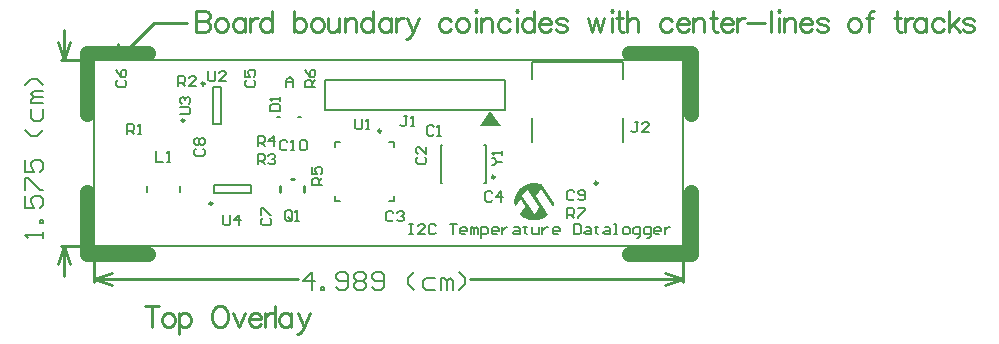
<source format=gto>
%FSLAX24Y24*%
%MOIN*%
G70*
G01*
G75*
G04 Layer_Color=45234*
%ADD10O,0.0138X0.0256*%
%ADD11O,0.0256X0.0138*%
%ADD12R,0.1339X0.1339*%
%ADD13R,0.0354X0.0276*%
%ADD14R,0.0354X0.0315*%
%ADD15R,0.0551X0.0433*%
%ADD16R,0.0315X0.0354*%
%ADD17R,0.0276X0.0354*%
%ADD18R,0.0984X0.0866*%
%ADD19R,0.0197X0.0787*%
%ADD20R,0.0689X0.0571*%
%ADD21R,0.0295X0.0118*%
%ADD22R,0.0256X0.0354*%
%ADD23R,0.0453X0.0551*%
%ADD24R,0.0177X0.0315*%
%ADD25R,0.1260X0.0433*%
%ADD26R,0.0354X0.0256*%
%ADD27C,0.0100*%
%ADD28C,0.0150*%
%ADD29C,0.0200*%
%ADD30C,0.0180*%
%ADD31C,0.0300*%
%ADD32C,0.0130*%
%ADD33C,0.0500*%
%ADD34R,0.0620X0.0620*%
%ADD35C,0.0620*%
%ADD36C,0.0350*%
%ADD37C,0.0098*%
%ADD38C,0.0098*%
%ADD39C,0.0050*%
%ADD40C,0.0079*%
%ADD41C,0.0060*%
G36*
X14685Y2110D02*
X14697D01*
X14712Y2109D01*
X14729Y2106D01*
X14748Y2104D01*
X14767Y2100D01*
X14789Y2097D01*
X14834Y2085D01*
X14882Y2069D01*
X14907Y2061D01*
X14932Y2049D01*
X15318Y1438D01*
Y1437D01*
Y1435D01*
Y1431D01*
X15317Y1425D01*
X15315Y1410D01*
X15312Y1391D01*
X15308Y1370D01*
X15302Y1346D01*
X15292Y1321D01*
X15280Y1297D01*
X14946Y1824D01*
X14945Y1826D01*
X14942Y1832D01*
X14936Y1839D01*
X14929Y1846D01*
X14920Y1855D01*
X14910Y1861D01*
X14898Y1867D01*
X14885Y1868D01*
X14881D01*
X14875Y1867D01*
X14868Y1864D01*
X14857Y1858D01*
X14849Y1851D01*
X14837Y1840D01*
X14827Y1827D01*
X14716Y1670D01*
X15114Y1040D01*
X15112Y1039D01*
X15105Y1033D01*
X15095Y1024D01*
X15080Y1012D01*
X15061Y999D01*
X15040Y985D01*
X15013Y969D01*
X14984Y953D01*
X14952Y935D01*
X14917Y919D01*
X14878Y904D01*
X14837Y891D01*
X14793Y880D01*
X14747Y871D01*
X14698Y865D01*
X14647Y864D01*
X14636D01*
X14620Y865D01*
X14601Y867D01*
X14576Y869D01*
X14548Y874D01*
X14518Y881D01*
X14484Y888D01*
X14448Y900D01*
X14410Y913D01*
X14370Y929D01*
X14330Y948D01*
X14290Y972D01*
X14251Y998D01*
X14211Y1030D01*
X14175Y1065D01*
X14346Y1303D01*
Y1304D01*
X14347Y1305D01*
X14351Y1314D01*
X14356Y1326D01*
X14357Y1342D01*
Y1343D01*
Y1345D01*
X14356Y1349D01*
X14354Y1354D01*
X14353Y1361D01*
X14348Y1370D01*
X14344Y1378D01*
X14337Y1390D01*
X14210Y1588D01*
X14022Y1327D01*
Y1329D01*
X14020Y1330D01*
Y1335D01*
X14019Y1340D01*
X14017Y1348D01*
X14015Y1356D01*
X14012Y1378D01*
X14007Y1403D01*
X14003Y1432D01*
X14001Y1464D01*
X14000Y1498D01*
Y1501D01*
Y1510D01*
X14001Y1523D01*
X14003Y1540D01*
X14006Y1561D01*
X14010Y1585D01*
X14016Y1615D01*
X14025Y1645D01*
X14035Y1677D01*
X14048Y1712D01*
X14064Y1747D01*
X14083Y1784D01*
X14105Y1820D01*
X14131Y1857D01*
X14162Y1893D01*
X14197Y1928D01*
X14200Y1929D01*
X14206Y1935D01*
X14217Y1945D01*
X14232Y1957D01*
X14251Y1970D01*
X14273Y1986D01*
X14299Y2002D01*
X14328Y2020D01*
X14360Y2037D01*
X14397Y2053D01*
X14434Y2069D01*
X14475Y2083D01*
X14518Y2094D01*
X14564Y2104D01*
X14611Y2110D01*
X14660Y2112D01*
X14675D01*
X14685Y2110D01*
D02*
G37*
G36*
X13550Y4000D02*
X12850D01*
X13200Y4500D01*
X13550Y4000D01*
D02*
G37*
%LPC*%
G36*
X14440Y1868D02*
X14434D01*
X14429Y1867D01*
X14421Y1864D01*
X14413Y1858D01*
X14402Y1852D01*
X14392Y1842D01*
X14382Y1829D01*
X14268Y1671D01*
X14608Y1141D01*
X14609Y1139D01*
X14611Y1136D01*
X14614Y1130D01*
X14618Y1125D01*
X14625Y1114D01*
X14628Y1110D01*
X14630Y1109D01*
X14631Y1106D01*
X14639Y1100D01*
X14647Y1094D01*
X14660Y1091D01*
X14666D01*
X14672Y1093D01*
X14681Y1095D01*
X14690Y1098D01*
X14700Y1106D01*
X14709Y1114D01*
X14719Y1126D01*
X14837Y1297D01*
X14500Y1827D01*
X14499Y1829D01*
X14496Y1833D01*
X14490Y1840D01*
X14483Y1848D01*
X14474Y1855D01*
X14464Y1862D01*
X14452Y1867D01*
X14440Y1868D01*
D02*
G37*
%LPD*%
D27*
X19640Y-1200D02*
Y-300D01*
X0Y-1200D02*
Y-300D01*
X12519Y-1100D02*
X19640D01*
X0D02*
X6801D01*
X19040Y-900D02*
X19640Y-1100D01*
X19040Y-1300D02*
X19640Y-1100D01*
X0D02*
X600Y-1300D01*
X0Y-1100D02*
X600Y-900D01*
X-1100Y6200D02*
X-300D01*
X-1100Y0D02*
X-300D01*
X-1000Y-1000D02*
Y0D01*
Y6200D02*
Y7200D01*
X-1200Y-600D02*
X-1000Y0D01*
X-800Y-600D01*
X-1000Y6200D02*
X-800Y6800D01*
X-1200D02*
X-1000Y6200D01*
X800Y6250D02*
X2000Y7450D01*
X3100D01*
X800Y6250D02*
Y6750D01*
Y6250D02*
X1300D01*
X6206Y1800D02*
Y2000D01*
X6550Y2235D02*
X6650D01*
X6994Y1800D02*
Y2000D01*
X3400Y7850D02*
Y7150D01*
Y7850D02*
X3700D01*
X3800Y7817D01*
X3833Y7783D01*
X3867Y7717D01*
Y7650D01*
X3833Y7583D01*
X3800Y7550D01*
X3700Y7517D01*
X3400D02*
X3700D01*
X3800Y7483D01*
X3833Y7450D01*
X3867Y7383D01*
Y7283D01*
X3833Y7217D01*
X3800Y7183D01*
X3700Y7150D01*
X3400D01*
X4190Y7617D02*
X4123Y7583D01*
X4057Y7517D01*
X4023Y7417D01*
Y7350D01*
X4057Y7250D01*
X4123Y7183D01*
X4190Y7150D01*
X4290D01*
X4356Y7183D01*
X4423Y7250D01*
X4456Y7350D01*
Y7417D01*
X4423Y7517D01*
X4356Y7583D01*
X4290Y7617D01*
X4190D01*
X5010D02*
Y7150D01*
Y7517D02*
X4943Y7583D01*
X4876Y7617D01*
X4776D01*
X4710Y7583D01*
X4643Y7517D01*
X4610Y7417D01*
Y7350D01*
X4643Y7250D01*
X4710Y7183D01*
X4776Y7150D01*
X4876D01*
X4943Y7183D01*
X5010Y7250D01*
X5196Y7617D02*
Y7150D01*
Y7417D02*
X5230Y7517D01*
X5296Y7583D01*
X5363Y7617D01*
X5463D01*
X5926Y7850D02*
Y7150D01*
Y7517D02*
X5859Y7583D01*
X5793Y7617D01*
X5693D01*
X5626Y7583D01*
X5560Y7517D01*
X5526Y7417D01*
Y7350D01*
X5560Y7250D01*
X5626Y7183D01*
X5693Y7150D01*
X5793D01*
X5859Y7183D01*
X5926Y7250D01*
X6663Y7850D02*
Y7150D01*
Y7517D02*
X6729Y7583D01*
X6796Y7617D01*
X6896D01*
X6963Y7583D01*
X7029Y7517D01*
X7063Y7417D01*
Y7350D01*
X7029Y7250D01*
X6963Y7183D01*
X6896Y7150D01*
X6796D01*
X6729Y7183D01*
X6663Y7250D01*
X7379Y7617D02*
X7312Y7583D01*
X7246Y7517D01*
X7213Y7417D01*
Y7350D01*
X7246Y7250D01*
X7312Y7183D01*
X7379Y7150D01*
X7479D01*
X7546Y7183D01*
X7612Y7250D01*
X7646Y7350D01*
Y7417D01*
X7612Y7517D01*
X7546Y7583D01*
X7479Y7617D01*
X7379D01*
X7799D02*
Y7283D01*
X7832Y7183D01*
X7899Y7150D01*
X7999D01*
X8066Y7183D01*
X8166Y7283D01*
Y7617D02*
Y7150D01*
X8349Y7617D02*
Y7150D01*
Y7483D02*
X8449Y7583D01*
X8516Y7617D01*
X8616D01*
X8682Y7583D01*
X8716Y7483D01*
Y7150D01*
X9299Y7850D02*
Y7150D01*
Y7517D02*
X9232Y7583D01*
X9165Y7617D01*
X9065D01*
X8999Y7583D01*
X8932Y7517D01*
X8899Y7417D01*
Y7350D01*
X8932Y7250D01*
X8999Y7183D01*
X9065Y7150D01*
X9165D01*
X9232Y7183D01*
X9299Y7250D01*
X9885Y7617D02*
Y7150D01*
Y7517D02*
X9819Y7583D01*
X9752Y7617D01*
X9652D01*
X9585Y7583D01*
X9519Y7517D01*
X9485Y7417D01*
Y7350D01*
X9519Y7250D01*
X9585Y7183D01*
X9652Y7150D01*
X9752D01*
X9819Y7183D01*
X9885Y7250D01*
X10072Y7617D02*
Y7150D01*
Y7417D02*
X10105Y7517D01*
X10172Y7583D01*
X10239Y7617D01*
X10339D01*
X10435D02*
X10635Y7150D01*
X10835Y7617D02*
X10635Y7150D01*
X10568Y7017D01*
X10502Y6950D01*
X10435Y6917D01*
X10402D01*
X11902Y7517D02*
X11835Y7583D01*
X11768Y7617D01*
X11668D01*
X11602Y7583D01*
X11535Y7517D01*
X11502Y7417D01*
Y7350D01*
X11535Y7250D01*
X11602Y7183D01*
X11668Y7150D01*
X11768D01*
X11835Y7183D01*
X11902Y7250D01*
X12218Y7617D02*
X12151Y7583D01*
X12085Y7517D01*
X12051Y7417D01*
Y7350D01*
X12085Y7250D01*
X12151Y7183D01*
X12218Y7150D01*
X12318D01*
X12385Y7183D01*
X12451Y7250D01*
X12485Y7350D01*
Y7417D01*
X12451Y7517D01*
X12385Y7583D01*
X12318Y7617D01*
X12218D01*
X12705Y7850D02*
X12738Y7817D01*
X12771Y7850D01*
X12738Y7883D01*
X12705Y7850D01*
X12738Y7617D02*
Y7150D01*
X12895Y7617D02*
Y7150D01*
Y7483D02*
X12995Y7583D01*
X13061Y7617D01*
X13161D01*
X13228Y7583D01*
X13261Y7483D01*
Y7150D01*
X13844Y7517D02*
X13778Y7583D01*
X13711Y7617D01*
X13611D01*
X13544Y7583D01*
X13478Y7517D01*
X13445Y7417D01*
Y7350D01*
X13478Y7250D01*
X13544Y7183D01*
X13611Y7150D01*
X13711D01*
X13778Y7183D01*
X13844Y7250D01*
X14061Y7850D02*
X14094Y7817D01*
X14128Y7850D01*
X14094Y7883D01*
X14061Y7850D01*
X14094Y7617D02*
Y7150D01*
X14651Y7850D02*
Y7150D01*
Y7517D02*
X14584Y7583D01*
X14518Y7617D01*
X14418D01*
X14351Y7583D01*
X14284Y7517D01*
X14251Y7417D01*
Y7350D01*
X14284Y7250D01*
X14351Y7183D01*
X14418Y7150D01*
X14518D01*
X14584Y7183D01*
X14651Y7250D01*
X14838Y7417D02*
X15237D01*
Y7483D01*
X15204Y7550D01*
X15171Y7583D01*
X15104Y7617D01*
X15004D01*
X14938Y7583D01*
X14871Y7517D01*
X14838Y7417D01*
Y7350D01*
X14871Y7250D01*
X14938Y7183D01*
X15004Y7150D01*
X15104D01*
X15171Y7183D01*
X15237Y7250D01*
X15754Y7517D02*
X15721Y7583D01*
X15621Y7617D01*
X15521D01*
X15421Y7583D01*
X15387Y7517D01*
X15421Y7450D01*
X15487Y7417D01*
X15654Y7383D01*
X15721Y7350D01*
X15754Y7283D01*
Y7250D01*
X15721Y7183D01*
X15621Y7150D01*
X15521D01*
X15421Y7183D01*
X15387Y7250D01*
X16451Y7617D02*
X16584Y7150D01*
X16717Y7617D02*
X16584Y7150D01*
X16717Y7617D02*
X16850Y7150D01*
X16984Y7617D02*
X16850Y7150D01*
X17214Y7850D02*
X17247Y7817D01*
X17280Y7850D01*
X17247Y7883D01*
X17214Y7850D01*
X17247Y7617D02*
Y7150D01*
X17504Y7850D02*
Y7283D01*
X17537Y7183D01*
X17604Y7150D01*
X17670D01*
X17404Y7617D02*
X17637D01*
X17770Y7850D02*
Y7150D01*
Y7483D02*
X17870Y7583D01*
X17937Y7617D01*
X18037D01*
X18104Y7583D01*
X18137Y7483D01*
Y7150D01*
X19270Y7517D02*
X19203Y7583D01*
X19137Y7617D01*
X19037D01*
X18970Y7583D01*
X18903Y7517D01*
X18870Y7417D01*
Y7350D01*
X18903Y7250D01*
X18970Y7183D01*
X19037Y7150D01*
X19137D01*
X19203Y7183D01*
X19270Y7250D01*
X19420Y7417D02*
X19820D01*
Y7483D01*
X19786Y7550D01*
X19753Y7583D01*
X19687Y7617D01*
X19587D01*
X19520Y7583D01*
X19453Y7517D01*
X19420Y7417D01*
Y7350D01*
X19453Y7250D01*
X19520Y7183D01*
X19587Y7150D01*
X19687D01*
X19753Y7183D01*
X19820Y7250D01*
X19970Y7617D02*
Y7150D01*
Y7483D02*
X20070Y7583D01*
X20136Y7617D01*
X20236D01*
X20303Y7583D01*
X20336Y7483D01*
Y7150D01*
X20620Y7850D02*
Y7283D01*
X20653Y7183D01*
X20720Y7150D01*
X20786D01*
X20520Y7617D02*
X20753D01*
X20886Y7417D02*
X21286D01*
Y7483D01*
X21253Y7550D01*
X21220Y7583D01*
X21153Y7617D01*
X21053D01*
X20986Y7583D01*
X20920Y7517D01*
X20886Y7417D01*
Y7350D01*
X20920Y7250D01*
X20986Y7183D01*
X21053Y7150D01*
X21153D01*
X21220Y7183D01*
X21286Y7250D01*
X21436Y7617D02*
Y7150D01*
Y7417D02*
X21469Y7517D01*
X21536Y7583D01*
X21603Y7617D01*
X21703D01*
X21766Y7450D02*
X22366D01*
X22573Y7850D02*
Y7150D01*
X22786Y7850D02*
X22819Y7817D01*
X22852Y7850D01*
X22819Y7883D01*
X22786Y7850D01*
X22819Y7617D02*
Y7150D01*
X22976Y7617D02*
Y7150D01*
Y7483D02*
X23076Y7583D01*
X23142Y7617D01*
X23242D01*
X23309Y7583D01*
X23342Y7483D01*
Y7150D01*
X23526Y7417D02*
X23926D01*
Y7483D01*
X23892Y7550D01*
X23859Y7583D01*
X23792Y7617D01*
X23692D01*
X23626Y7583D01*
X23559Y7517D01*
X23526Y7417D01*
Y7350D01*
X23559Y7250D01*
X23626Y7183D01*
X23692Y7150D01*
X23792D01*
X23859Y7183D01*
X23926Y7250D01*
X24442Y7517D02*
X24409Y7583D01*
X24309Y7617D01*
X24209D01*
X24109Y7583D01*
X24076Y7517D01*
X24109Y7450D01*
X24176Y7417D01*
X24342Y7383D01*
X24409Y7350D01*
X24442Y7283D01*
Y7250D01*
X24409Y7183D01*
X24309Y7150D01*
X24209D01*
X24109Y7183D01*
X24076Y7250D01*
X25305Y7617D02*
X25239Y7583D01*
X25172Y7517D01*
X25139Y7417D01*
Y7350D01*
X25172Y7250D01*
X25239Y7183D01*
X25305Y7150D01*
X25405D01*
X25472Y7183D01*
X25539Y7250D01*
X25572Y7350D01*
Y7417D01*
X25539Y7517D01*
X25472Y7583D01*
X25405Y7617D01*
X25305D01*
X25992Y7850D02*
X25925D01*
X25859Y7817D01*
X25825Y7717D01*
Y7150D01*
X25725Y7617D02*
X25958D01*
X26742Y7850D02*
Y7283D01*
X26775Y7183D01*
X26842Y7150D01*
X26908D01*
X26642Y7617D02*
X26875D01*
X27008D02*
Y7150D01*
Y7417D02*
X27042Y7517D01*
X27108Y7583D01*
X27175Y7617D01*
X27275D01*
X27738D02*
Y7150D01*
Y7517D02*
X27671Y7583D01*
X27605Y7617D01*
X27505D01*
X27438Y7583D01*
X27372Y7517D01*
X27338Y7417D01*
Y7350D01*
X27372Y7250D01*
X27438Y7183D01*
X27505Y7150D01*
X27605D01*
X27671Y7183D01*
X27738Y7250D01*
X28325Y7517D02*
X28258Y7583D01*
X28191Y7617D01*
X28091D01*
X28025Y7583D01*
X27958Y7517D01*
X27925Y7417D01*
Y7350D01*
X27958Y7250D01*
X28025Y7183D01*
X28091Y7150D01*
X28191D01*
X28258Y7183D01*
X28325Y7250D01*
X28475Y7850D02*
Y7150D01*
X28808Y7617D02*
X28475Y7283D01*
X28608Y7417D02*
X28841Y7150D01*
X29318Y7517D02*
X29284Y7583D01*
X29184Y7617D01*
X29084D01*
X28985Y7583D01*
X28951Y7517D01*
X28985Y7450D01*
X29051Y7417D01*
X29218Y7383D01*
X29284Y7350D01*
X29318Y7283D01*
Y7250D01*
X29284Y7183D01*
X29184Y7150D01*
X29084D01*
X28985Y7183D01*
X28951Y7250D01*
X1933Y-2000D02*
Y-2700D01*
X1700Y-2000D02*
X2167D01*
X2417Y-2233D02*
X2350Y-2267D01*
X2283Y-2333D01*
X2250Y-2433D01*
Y-2500D01*
X2283Y-2600D01*
X2350Y-2667D01*
X2417Y-2700D01*
X2516D01*
X2583Y-2667D01*
X2650Y-2600D01*
X2683Y-2500D01*
Y-2433D01*
X2650Y-2333D01*
X2583Y-2267D01*
X2516Y-2233D01*
X2417D01*
X2836D02*
Y-2933D01*
Y-2333D02*
X2903Y-2267D01*
X2970Y-2233D01*
X3070D01*
X3136Y-2267D01*
X3203Y-2333D01*
X3236Y-2433D01*
Y-2500D01*
X3203Y-2600D01*
X3136Y-2667D01*
X3070Y-2700D01*
X2970D01*
X2903Y-2667D01*
X2836Y-2600D01*
X4136Y-2000D02*
X4069Y-2033D01*
X4003Y-2100D01*
X3970Y-2167D01*
X3936Y-2267D01*
Y-2433D01*
X3970Y-2533D01*
X4003Y-2600D01*
X4069Y-2667D01*
X4136Y-2700D01*
X4269D01*
X4336Y-2667D01*
X4403Y-2600D01*
X4436Y-2533D01*
X4469Y-2433D01*
Y-2267D01*
X4436Y-2167D01*
X4403Y-2100D01*
X4336Y-2033D01*
X4269Y-2000D01*
X4136D01*
X4633Y-2233D02*
X4833Y-2700D01*
X5033Y-2233D02*
X4833Y-2700D01*
X5146Y-2433D02*
X5546D01*
Y-2367D01*
X5513Y-2300D01*
X5479Y-2267D01*
X5413Y-2233D01*
X5313D01*
X5246Y-2267D01*
X5179Y-2333D01*
X5146Y-2433D01*
Y-2500D01*
X5179Y-2600D01*
X5246Y-2667D01*
X5313Y-2700D01*
X5413D01*
X5479Y-2667D01*
X5546Y-2600D01*
X5696Y-2233D02*
Y-2700D01*
Y-2433D02*
X5729Y-2333D01*
X5796Y-2267D01*
X5862Y-2233D01*
X5962D01*
X6026Y-2000D02*
Y-2700D01*
X6572Y-2233D02*
Y-2700D01*
Y-2333D02*
X6506Y-2267D01*
X6439Y-2233D01*
X6339D01*
X6272Y-2267D01*
X6206Y-2333D01*
X6172Y-2433D01*
Y-2500D01*
X6206Y-2600D01*
X6272Y-2667D01*
X6339Y-2700D01*
X6439D01*
X6506Y-2667D01*
X6572Y-2600D01*
X6792Y-2233D02*
X6992Y-2700D01*
X7192Y-2233D02*
X6992Y-2700D01*
X6926Y-2833D01*
X6859Y-2900D01*
X6792Y-2933D01*
X6759D01*
D33*
X-250Y6450D02*
X1800D01*
X-250Y4400D02*
Y6450D01*
X19890Y4400D02*
Y6450D01*
X17840D02*
X19890D01*
X17840Y-250D02*
X19890D01*
Y1800D01*
X-250Y-250D02*
Y1800D01*
Y-250D02*
X1800D01*
D37*
X9561Y3839D02*
G03*
X9561Y3839I-49J0D01*
G01*
X16779Y2108D02*
G03*
X16779Y2108I-49J0D01*
G01*
X3934Y1428D02*
G03*
X3934Y1428I-49J0D01*
G01*
X13349Y2307D02*
G03*
X13349Y2307I-49J0D01*
G01*
X3677Y5419D02*
G03*
X3677Y5419I-49J0D01*
G01*
D38*
X3000Y4200D02*
G03*
X3000Y4200I-49J0D01*
G01*
D39*
X0Y0D02*
X19640D01*
Y6200D01*
X0D02*
X19640D01*
X0Y0D02*
Y6200D01*
X8700Y4250D02*
Y3958D01*
X8758Y3900D01*
X8875D01*
X8933Y3958D01*
Y4250D01*
X9050Y3900D02*
X9167D01*
X9108D01*
Y4250D01*
X9050Y4192D01*
X13250Y2700D02*
X13308D01*
X13425Y2817D01*
X13308Y2933D01*
X13250D01*
X13425Y2817D02*
X13600D01*
Y3050D02*
Y3167D01*
Y3108D01*
X13250D01*
X13308Y3050D01*
X4300Y1050D02*
Y758D01*
X4358Y700D01*
X4475D01*
X4533Y758D01*
Y1050D01*
X4825Y700D02*
Y1050D01*
X4650Y875D01*
X4883D01*
X2850Y4400D02*
X3142D01*
X3200Y4458D01*
Y4575D01*
X3142Y4633D01*
X2850D01*
X2908Y4750D02*
X2850Y4808D01*
Y4925D01*
X2908Y4983D01*
X2967D01*
X3025Y4925D01*
Y4867D01*
Y4925D01*
X3083Y4983D01*
X3142D01*
X3200Y4925D01*
Y4808D01*
X3142Y4750D01*
X3800Y5850D02*
Y5558D01*
X3858Y5500D01*
X3975D01*
X4033Y5558D01*
Y5850D01*
X4383Y5500D02*
X4150D01*
X4383Y5733D01*
Y5792D01*
X4325Y5850D01*
X4208D01*
X4150Y5792D01*
X15770Y930D02*
Y1280D01*
X15945D01*
X16003Y1222D01*
Y1105D01*
X15945Y1047D01*
X15770D01*
X15887D02*
X16003Y930D01*
X16120Y1280D02*
X16353D01*
Y1222D01*
X16120Y988D01*
Y930D01*
X7370Y5303D02*
X7020D01*
Y5478D01*
X7078Y5536D01*
X7195D01*
X7253Y5478D01*
Y5303D01*
Y5420D02*
X7370Y5536D01*
X7020Y5886D02*
X7078Y5770D01*
X7195Y5653D01*
X7312D01*
X7370Y5711D01*
Y5828D01*
X7312Y5886D01*
X7253D01*
X7195Y5828D01*
Y5653D01*
X7600Y2050D02*
X7250D01*
Y2225D01*
X7308Y2283D01*
X7425D01*
X7483Y2225D01*
Y2050D01*
Y2167D02*
X7600Y2283D01*
X7250Y2633D02*
Y2400D01*
X7425D01*
X7367Y2517D01*
Y2575D01*
X7425Y2633D01*
X7542D01*
X7600Y2575D01*
Y2458D01*
X7542Y2400D01*
X5450Y3330D02*
Y3680D01*
X5625D01*
X5683Y3622D01*
Y3505D01*
X5625Y3447D01*
X5450D01*
X5567D02*
X5683Y3330D01*
X5975D02*
Y3680D01*
X5800Y3505D01*
X6033D01*
X5450Y2730D02*
Y3080D01*
X5625D01*
X5683Y3022D01*
Y2905D01*
X5625Y2847D01*
X5450D01*
X5567D02*
X5683Y2730D01*
X5800Y3022D02*
X5858Y3080D01*
X5975D01*
X6033Y3022D01*
Y2963D01*
X5975Y2905D01*
X5917D01*
X5975D01*
X6033Y2847D01*
Y2788D01*
X5975Y2730D01*
X5858D01*
X5800Y2788D01*
X2800Y5330D02*
Y5680D01*
X2975D01*
X3033Y5622D01*
Y5505D01*
X2975Y5447D01*
X2800D01*
X2917D02*
X3033Y5330D01*
X3383D02*
X3150D01*
X3383Y5563D01*
Y5622D01*
X3325Y5680D01*
X3208D01*
X3150Y5622D01*
X1100Y3730D02*
Y4080D01*
X1275D01*
X1333Y4022D01*
Y3905D01*
X1275Y3847D01*
X1100D01*
X1217D02*
X1333Y3730D01*
X1450D02*
X1567D01*
X1508D01*
Y4080D01*
X1450Y4022D01*
X6583Y908D02*
Y1142D01*
X6525Y1200D01*
X6408D01*
X6350Y1142D01*
Y908D01*
X6408Y850D01*
X6525D01*
X6467Y967D02*
X6583Y850D01*
X6525D02*
X6583Y908D01*
X6700Y850D02*
X6817D01*
X6758D01*
Y1200D01*
X6700Y1142D01*
X2070Y3170D02*
Y2820D01*
X2303D01*
X2420D02*
X2537D01*
X2478D01*
Y3170D01*
X2420Y3112D01*
X18133Y4150D02*
X18017D01*
X18075D01*
Y3858D01*
X18017Y3800D01*
X17958D01*
X17900Y3858D01*
X18483Y3800D02*
X18250D01*
X18483Y4033D01*
Y4092D01*
X18425Y4150D01*
X18308D01*
X18250Y4092D01*
X10433Y4350D02*
X10317D01*
X10375D01*
Y4058D01*
X10317Y4000D01*
X10258D01*
X10200Y4058D01*
X10550Y4000D02*
X10667D01*
X10608D01*
Y4350D01*
X10550Y4292D01*
X5850Y4500D02*
X6200D01*
Y4675D01*
X6142Y4733D01*
X5908D01*
X5850Y4675D01*
Y4500D01*
X6200Y4850D02*
Y4967D01*
Y4908D01*
X5850D01*
X5908Y4850D01*
X6433Y3492D02*
X6375Y3550D01*
X6258D01*
X6200Y3492D01*
Y3258D01*
X6258Y3200D01*
X6375D01*
X6433Y3258D01*
X6550Y3200D02*
X6667D01*
X6608D01*
Y3550D01*
X6550Y3492D01*
X6841D02*
X6900Y3550D01*
X7016D01*
X7075Y3492D01*
Y3258D01*
X7016Y3200D01*
X6900D01*
X6841Y3258D01*
Y3492D01*
X16003Y1822D02*
X15945Y1880D01*
X15828D01*
X15770Y1822D01*
Y1588D01*
X15828Y1530D01*
X15945D01*
X16003Y1588D01*
X16120D02*
X16178Y1530D01*
X16295D01*
X16353Y1588D01*
Y1822D01*
X16295Y1880D01*
X16178D01*
X16120Y1822D01*
Y1763D01*
X16178Y1705D01*
X16353D01*
X3388Y3253D02*
X3330Y3195D01*
Y3078D01*
X3388Y3020D01*
X3622D01*
X3680Y3078D01*
Y3195D01*
X3622Y3253D01*
X3388Y3370D02*
X3330Y3428D01*
Y3545D01*
X3388Y3603D01*
X3447D01*
X3505Y3545D01*
X3563Y3603D01*
X3622D01*
X3680Y3545D01*
Y3428D01*
X3622Y3370D01*
X3563D01*
X3505Y3428D01*
X3447Y3370D01*
X3388D01*
X3505Y3428D02*
Y3545D01*
X5608Y933D02*
X5550Y875D01*
Y758D01*
X5608Y700D01*
X5842D01*
X5900Y758D01*
Y875D01*
X5842Y933D01*
X5550Y1050D02*
Y1283D01*
X5608D01*
X5842Y1050D01*
X5900D01*
X782Y5536D02*
X723Y5478D01*
Y5361D01*
X782Y5303D01*
X1015D01*
X1073Y5361D01*
Y5478D01*
X1015Y5536D01*
X723Y5886D02*
X782Y5770D01*
X898Y5653D01*
X1015D01*
X1073Y5711D01*
Y5828D01*
X1015Y5886D01*
X957D01*
X898Y5828D01*
Y5653D01*
X5078Y5536D02*
X5020Y5478D01*
Y5361D01*
X5078Y5303D01*
X5312D01*
X5370Y5361D01*
Y5478D01*
X5312Y5536D01*
X5020Y5886D02*
Y5653D01*
X5195D01*
X5137Y5770D01*
Y5828D01*
X5195Y5886D01*
X5312D01*
X5370Y5828D01*
Y5711D01*
X5312Y5653D01*
X13273Y1772D02*
X13215Y1830D01*
X13098D01*
X13040Y1772D01*
Y1538D01*
X13098Y1480D01*
X13215D01*
X13273Y1538D01*
X13565Y1480D02*
Y1830D01*
X13390Y1655D01*
X13623D01*
X9973Y1122D02*
X9915Y1180D01*
X9798D01*
X9740Y1122D01*
Y888D01*
X9798Y830D01*
X9915D01*
X9973Y888D01*
X10090Y1122D02*
X10148Y1180D01*
X10265D01*
X10323Y1122D01*
Y1063D01*
X10265Y1005D01*
X10207D01*
X10265D01*
X10323Y947D01*
Y888D01*
X10265Y830D01*
X10148D01*
X10090Y888D01*
X10778Y2973D02*
X10720Y2915D01*
Y2798D01*
X10778Y2740D01*
X11012D01*
X11070Y2798D01*
Y2915D01*
X11012Y2973D01*
X11070Y3323D02*
Y3090D01*
X10837Y3323D01*
X10778D01*
X10720Y3265D01*
Y3148D01*
X10778Y3090D01*
X11323Y3972D02*
X11265Y4030D01*
X11148D01*
X11090Y3972D01*
Y3738D01*
X11148Y3680D01*
X11265D01*
X11323Y3738D01*
X11440Y3680D02*
X11557D01*
X11498D01*
Y4030D01*
X11440Y3972D01*
X6400Y5300D02*
Y5533D01*
X6517Y5650D01*
X6633Y5533D01*
Y5300D01*
Y5475D01*
X6400D01*
X10500Y750D02*
X10617D01*
X10558D01*
Y400D01*
X10500D01*
X10617D01*
X11025D02*
X10792D01*
X11025Y633D01*
Y692D01*
X10967Y750D01*
X10850D01*
X10792Y692D01*
X11375D02*
X11316Y750D01*
X11200D01*
X11141Y692D01*
Y458D01*
X11200Y400D01*
X11316D01*
X11375Y458D01*
X11841Y750D02*
X12074D01*
X11958D01*
Y400D01*
X12366D02*
X12249D01*
X12191Y458D01*
Y575D01*
X12249Y633D01*
X12366D01*
X12424Y575D01*
Y517D01*
X12191D01*
X12541Y400D02*
Y633D01*
X12599D01*
X12658Y575D01*
Y400D01*
Y575D01*
X12716Y633D01*
X12774Y575D01*
Y400D01*
X12891Y283D02*
Y633D01*
X13066D01*
X13124Y575D01*
Y458D01*
X13066Y400D01*
X12891D01*
X13416D02*
X13299D01*
X13241Y458D01*
Y575D01*
X13299Y633D01*
X13416D01*
X13474Y575D01*
Y517D01*
X13241D01*
X13591Y633D02*
Y400D01*
Y517D01*
X13649Y575D01*
X13707Y633D01*
X13766D01*
X13999D02*
X14116D01*
X14174Y575D01*
Y400D01*
X13999D01*
X13941Y458D01*
X13999Y517D01*
X14174D01*
X14349Y692D02*
Y633D01*
X14290D01*
X14407D01*
X14349D01*
Y458D01*
X14407Y400D01*
X14582Y633D02*
Y458D01*
X14640Y400D01*
X14815D01*
Y633D01*
X14932D02*
Y400D01*
Y517D01*
X14990Y575D01*
X15049Y633D01*
X15107D01*
X15457Y400D02*
X15340D01*
X15282Y458D01*
Y575D01*
X15340Y633D01*
X15457D01*
X15515Y575D01*
Y517D01*
X15282D01*
X15982Y750D02*
Y400D01*
X16157D01*
X16215Y458D01*
Y692D01*
X16157Y750D01*
X15982D01*
X16390Y633D02*
X16506D01*
X16565Y575D01*
Y400D01*
X16390D01*
X16331Y458D01*
X16390Y517D01*
X16565D01*
X16740Y692D02*
Y633D01*
X16681D01*
X16798D01*
X16740D01*
Y458D01*
X16798Y400D01*
X17031Y633D02*
X17148D01*
X17206Y575D01*
Y400D01*
X17031D01*
X16973Y458D01*
X17031Y517D01*
X17206D01*
X17323Y400D02*
X17439D01*
X17381D01*
Y750D01*
X17323D01*
X17673Y400D02*
X17789D01*
X17848Y458D01*
Y575D01*
X17789Y633D01*
X17673D01*
X17614Y575D01*
Y458D01*
X17673Y400D01*
X18081Y283D02*
X18139D01*
X18198Y342D01*
Y633D01*
X18023D01*
X17964Y575D01*
Y458D01*
X18023Y400D01*
X18198D01*
X18431Y283D02*
X18489D01*
X18547Y342D01*
Y633D01*
X18372D01*
X18314Y575D01*
Y458D01*
X18372Y400D01*
X18547D01*
X18839D02*
X18722D01*
X18664Y458D01*
Y575D01*
X18722Y633D01*
X18839D01*
X18897Y575D01*
Y517D01*
X18664D01*
X19014Y633D02*
Y400D01*
Y517D01*
X19072Y575D01*
X19131Y633D01*
X19189D01*
D40*
X9817Y3484D02*
X9984D01*
Y3317D02*
Y3484D01*
Y1516D02*
Y1683D01*
X9817Y1516D02*
X9984D01*
X8016D02*
X8183D01*
X8016D02*
Y1683D01*
Y3317D02*
Y3484D01*
X8183D01*
X7700Y4550D02*
Y5550D01*
X13700Y4550D02*
Y5550D01*
X7700Y4550D02*
X13700D01*
X7700Y5550D02*
X13700D01*
X17616Y5572D02*
Y6143D01*
Y3486D02*
Y4273D01*
X14584Y3486D02*
Y4273D01*
Y5572D02*
Y6143D01*
X17616D01*
X6100Y4300D02*
X6200D01*
X6800D02*
X6900D01*
X3993Y1762D02*
Y2038D01*
X5213Y1762D02*
Y2038D01*
X3993Y1762D02*
X5213D01*
X3993Y2038D02*
X5213D01*
X11550Y2126D02*
Y3386D01*
X11600D01*
X11550Y2126D02*
X11600D01*
X13000D02*
X13050D01*
X13000Y3386D02*
X13050D01*
Y2126D02*
Y3386D01*
X1752Y1800D02*
Y2000D01*
X2854Y1800D02*
Y2000D01*
X3962Y5310D02*
X4238D01*
X3962Y4090D02*
X4238D01*
X3962D02*
Y5310D01*
X4238Y4090D02*
Y5310D01*
D41*
X7261Y-1460D02*
Y-860D01*
X6961Y-1160D01*
X7361D01*
X7561Y-1460D02*
Y-1360D01*
X7661D01*
Y-1460D01*
X7561D01*
X8061Y-1360D02*
X8160Y-1460D01*
X8360D01*
X8460Y-1360D01*
Y-960D01*
X8360Y-860D01*
X8160D01*
X8061Y-960D01*
Y-1060D01*
X8160Y-1160D01*
X8460D01*
X8660Y-960D02*
X8760Y-860D01*
X8960D01*
X9060Y-960D01*
Y-1060D01*
X8960Y-1160D01*
X9060Y-1260D01*
Y-1360D01*
X8960Y-1460D01*
X8760D01*
X8660Y-1360D01*
Y-1260D01*
X8760Y-1160D01*
X8660Y-1060D01*
Y-960D01*
X8760Y-1160D02*
X8960D01*
X9260Y-1360D02*
X9360Y-1460D01*
X9560D01*
X9660Y-1360D01*
Y-960D01*
X9560Y-860D01*
X9360D01*
X9260Y-960D01*
Y-1060D01*
X9360Y-1160D01*
X9660D01*
X10660Y-1460D02*
X10460Y-1260D01*
Y-1060D01*
X10660Y-860D01*
X11359Y-1060D02*
X11060D01*
X10960Y-1160D01*
Y-1360D01*
X11060Y-1460D01*
X11359D01*
X11559D02*
Y-1060D01*
X11659D01*
X11759Y-1160D01*
Y-1460D01*
Y-1160D01*
X11859Y-1060D01*
X11959Y-1160D01*
Y-1460D01*
X12159D02*
X12359Y-1260D01*
Y-1060D01*
X12159Y-860D01*
X-1720Y291D02*
Y491D01*
Y391D01*
X-2320D01*
X-2220Y291D01*
X-1720Y791D02*
X-1820D01*
Y891D01*
X-1720D01*
Y791D01*
X-2320Y1690D02*
Y1291D01*
X-2020D01*
X-2120Y1490D01*
Y1590D01*
X-2020Y1690D01*
X-1820D01*
X-1720Y1590D01*
Y1391D01*
X-1820Y1291D01*
X-2320Y1890D02*
Y2290D01*
X-2220D01*
X-1820Y1890D01*
X-1720D01*
X-2320Y2890D02*
Y2490D01*
X-2020D01*
X-2120Y2690D01*
Y2790D01*
X-2020Y2890D01*
X-1820D01*
X-1720Y2790D01*
Y2590D01*
X-1820Y2490D01*
X-1720Y3890D02*
X-1920Y3690D01*
X-2120D01*
X-2320Y3890D01*
X-2120Y4589D02*
Y4290D01*
X-2020Y4190D01*
X-1820D01*
X-1720Y4290D01*
Y4589D01*
Y4789D02*
X-2120D01*
Y4889D01*
X-2020Y4989D01*
X-1720D01*
X-2020D01*
X-2120Y5089D01*
X-2020Y5189D01*
X-1720D01*
Y5389D02*
X-1920Y5589D01*
X-2120D01*
X-2320Y5389D01*
M02*

</source>
